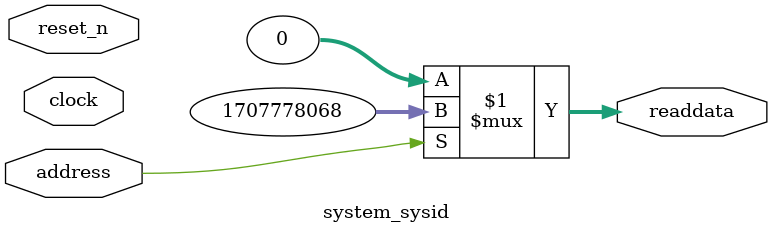
<source format=v>



// synthesis translate_off
`timescale 1ns / 1ps
// synthesis translate_on

// turn off superfluous verilog processor warnings 
// altera message_level Level1 
// altera message_off 10034 10035 10036 10037 10230 10240 10030 

module system_sysid (
               // inputs:
                address,
                clock,
                reset_n,

               // outputs:
                readdata
             )
;

  output  [ 31: 0] readdata;
  input            address;
  input            clock;
  input            reset_n;

  wire    [ 31: 0] readdata;
  //control_slave, which is an e_avalon_slave
  assign readdata = address ? 1707778068 : 0;

endmodule



</source>
